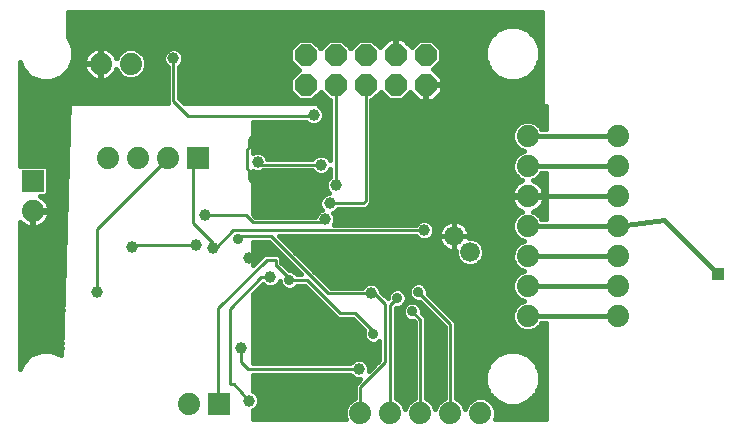
<source format=gbl>
G75*
G70*
%OFA0B0*%
%FSLAX24Y24*%
%IPPOS*%
%LPD*%
%AMOC8*
5,1,8,0,0,1.08239X$1,22.5*
%
%ADD10C,0.0740*%
%ADD11OC8,0.0740*%
%ADD12C,0.0660*%
%ADD13R,0.0740X0.0740*%
%ADD14C,0.0160*%
%ADD15C,0.0396*%
%ADD16C,0.0100*%
%ADD17C,0.0360*%
%ADD18R,0.0396X0.0396*%
D10*
X006325Y001325D03*
X012051Y001056D03*
X013051Y001056D03*
X014051Y001056D03*
X015051Y001056D03*
X016051Y001056D03*
X017625Y004275D03*
X017625Y005275D03*
X017625Y006275D03*
X017625Y007275D03*
X017625Y008275D03*
X017625Y009275D03*
X017625Y010275D03*
X020625Y010275D03*
X020625Y009275D03*
X020625Y008275D03*
X020625Y007275D03*
X020625Y006275D03*
X020625Y005275D03*
X020625Y004275D03*
X005625Y009525D03*
X004625Y009525D03*
X003625Y009525D03*
X001125Y007775D03*
X003388Y012683D03*
X004388Y012683D03*
D11*
X010225Y012978D03*
X010225Y011978D03*
X011225Y011978D03*
X012225Y011978D03*
X012225Y012978D03*
X011225Y012978D03*
X013225Y012978D03*
X014225Y012978D03*
X014225Y011978D03*
X013225Y011978D03*
D12*
X015165Y006950D03*
X015696Y006414D03*
D13*
X007325Y001325D03*
X001125Y008775D03*
X006625Y009525D03*
D14*
X000705Y007417D02*
X000705Y002493D01*
X000797Y002714D01*
X001052Y002970D01*
X001387Y003108D01*
X001749Y003108D01*
X002079Y002971D01*
X002360Y012560D01*
X002339Y012510D01*
X002083Y012254D01*
X001749Y012115D01*
X001387Y012115D01*
X001052Y012254D01*
X000705Y012254D01*
X000705Y012096D02*
X002347Y012096D01*
X002318Y012096D02*
X005624Y012096D01*
X005624Y012254D02*
X004680Y012254D01*
X004677Y012251D02*
X004820Y012394D01*
X004898Y012582D01*
X004898Y012785D01*
X004820Y012972D01*
X004677Y013116D01*
X004489Y013193D01*
X004286Y013193D01*
X004099Y013116D01*
X003955Y012972D01*
X003909Y012859D01*
X003898Y012894D01*
X003858Y012971D01*
X003807Y013041D01*
X003746Y013103D01*
X003676Y013154D01*
X003599Y013193D01*
X003517Y013220D01*
X003431Y013233D01*
X003408Y013233D01*
X003408Y012703D01*
X003368Y012703D01*
X003368Y012663D01*
X003408Y012663D01*
X003408Y012133D01*
X003431Y012133D01*
X003517Y012147D01*
X003599Y012173D01*
X003676Y012213D01*
X003746Y012264D01*
X003807Y012325D01*
X003858Y012395D01*
X003898Y012472D01*
X003909Y012507D01*
X003955Y012394D01*
X004099Y012251D01*
X004286Y012173D01*
X004489Y012173D01*
X004677Y012251D01*
X004828Y012413D02*
X005624Y012413D01*
X005624Y012571D02*
X004893Y012571D01*
X004898Y012730D02*
X005503Y012730D01*
X005527Y012672D02*
X005622Y012576D01*
X005624Y012576D01*
X005624Y011373D01*
X002318Y011373D01*
X002318Y012489D01*
X002339Y012510D01*
X002478Y012844D01*
X002478Y013206D01*
X002339Y013540D01*
X002318Y013561D01*
X002318Y014397D01*
X018110Y014397D01*
X018110Y011373D01*
X012418Y011373D01*
X012418Y011468D01*
X012437Y011468D01*
X012725Y011757D01*
X013014Y011468D01*
X013437Y011468D01*
X013697Y011728D01*
X013998Y011428D01*
X014205Y011428D01*
X014205Y011958D01*
X014245Y011958D01*
X014245Y011428D01*
X014453Y011428D01*
X014775Y011750D01*
X014775Y011958D01*
X014245Y011958D01*
X014245Y011998D01*
X014775Y011998D01*
X014775Y012206D01*
X014475Y012506D01*
X014735Y012767D01*
X014735Y013189D01*
X014437Y013488D01*
X014014Y013488D01*
X013754Y013227D01*
X013453Y013528D01*
X013245Y013528D01*
X013245Y012998D01*
X013205Y012998D01*
X013205Y013528D01*
X012998Y013528D01*
X012697Y013227D01*
X012437Y013488D01*
X012014Y013488D01*
X011725Y013199D01*
X011437Y013488D01*
X011014Y013488D01*
X010725Y013199D01*
X010437Y013488D01*
X010014Y013488D01*
X009715Y013189D01*
X009715Y012767D01*
X010004Y012478D01*
X009715Y012189D01*
X009715Y011767D01*
X010014Y011468D01*
X010437Y011468D01*
X010725Y011757D01*
X011014Y011468D01*
X011037Y011468D01*
X011037Y011373D01*
X006156Y011373D01*
X006004Y011525D01*
X006004Y012576D01*
X006005Y012576D01*
X006100Y012672D01*
X006152Y012796D01*
X006152Y012930D01*
X006100Y013055D01*
X006005Y013150D01*
X005881Y013201D01*
X005747Y013201D01*
X005622Y013150D01*
X005527Y013055D01*
X005476Y012930D01*
X005476Y012796D01*
X005527Y012672D01*
X005476Y012888D02*
X004855Y012888D01*
X004746Y013047D02*
X005524Y013047D01*
X006104Y013047D02*
X009715Y013047D01*
X009731Y013205D02*
X003562Y013205D01*
X003408Y013205D02*
X003368Y013205D01*
X003368Y013233D02*
X003345Y013233D01*
X003259Y013220D01*
X003177Y013193D01*
X003100Y013154D01*
X003030Y013103D01*
X002968Y013041D01*
X002917Y012971D01*
X002878Y012894D01*
X002851Y012812D01*
X002838Y012726D01*
X002838Y012703D01*
X003368Y012703D01*
X003368Y013233D01*
X003214Y013205D02*
X002478Y013205D01*
X002478Y013047D02*
X002973Y013047D01*
X002876Y012888D02*
X002478Y012888D01*
X002430Y012730D02*
X002838Y012730D01*
X002838Y012663D02*
X002838Y012640D01*
X002851Y012554D01*
X002878Y012472D01*
X002917Y012395D01*
X002968Y012325D01*
X003030Y012264D01*
X003100Y012213D01*
X003177Y012173D01*
X003259Y012147D01*
X003345Y012133D01*
X003368Y012133D01*
X003368Y012663D01*
X002838Y012663D01*
X002849Y012571D02*
X002365Y012571D01*
X002356Y012413D02*
X002242Y012413D01*
X002318Y012413D02*
X002908Y012413D01*
X003043Y012254D02*
X002318Y012254D01*
X002351Y012254D02*
X002084Y012254D01*
X002318Y011937D02*
X005624Y011937D01*
X005624Y011779D02*
X002318Y011779D01*
X002337Y011779D02*
X000705Y011779D01*
X000705Y011937D02*
X002342Y011937D01*
X002333Y011620D02*
X000705Y011620D01*
X000705Y011462D02*
X002328Y011462D01*
X002318Y011462D02*
X005624Y011462D01*
X005624Y011620D02*
X002318Y011620D01*
X002323Y011303D02*
X000705Y011303D01*
X000705Y011145D02*
X002319Y011145D01*
X002314Y010986D02*
X000705Y010986D01*
X000705Y010828D02*
X002310Y010828D01*
X002305Y010669D02*
X000705Y010669D01*
X000705Y010511D02*
X002300Y010511D01*
X002296Y010352D02*
X000705Y010352D01*
X000705Y010194D02*
X002291Y010194D01*
X002286Y010035D02*
X000705Y010035D01*
X000705Y009877D02*
X002282Y009877D01*
X002277Y009718D02*
X000705Y009718D01*
X000705Y009560D02*
X002272Y009560D01*
X002268Y009401D02*
X000705Y009401D01*
X000705Y009285D02*
X000705Y012731D01*
X000797Y012510D01*
X001052Y012254D01*
X000894Y012413D02*
X000705Y012413D01*
X000705Y012571D02*
X000771Y012571D01*
X000705Y012730D02*
X000705Y012730D01*
X002347Y013522D02*
X012992Y013522D01*
X013205Y013522D02*
X013245Y013522D01*
X013245Y013364D02*
X013205Y013364D01*
X013205Y013205D02*
X013245Y013205D01*
X013245Y013047D02*
X013205Y013047D01*
X012833Y013364D02*
X012561Y013364D01*
X011890Y013364D02*
X011561Y013364D01*
X011719Y013205D02*
X011731Y013205D01*
X010890Y013364D02*
X010561Y013364D01*
X010719Y013205D02*
X010731Y013205D01*
X009890Y013364D02*
X002413Y013364D01*
X002318Y013681D02*
X016488Y013681D01*
X016604Y013796D02*
X016348Y013540D01*
X016209Y013206D01*
X016209Y012844D01*
X016348Y012510D01*
X016604Y012254D01*
X016938Y012115D01*
X017300Y012115D01*
X017635Y012254D01*
X018110Y012254D01*
X018110Y012096D02*
X014775Y012096D01*
X014775Y011937D02*
X018110Y011937D01*
X018110Y011779D02*
X014775Y011779D01*
X014645Y011620D02*
X018110Y011620D01*
X018110Y011462D02*
X014487Y011462D01*
X014245Y011462D02*
X014205Y011462D01*
X014205Y011620D02*
X014245Y011620D01*
X014245Y011779D02*
X014205Y011779D01*
X014205Y011937D02*
X014245Y011937D01*
X013805Y011620D02*
X013589Y011620D01*
X013964Y011462D02*
X012418Y011462D01*
X012418Y011270D02*
X018233Y011270D01*
X018233Y010495D01*
X018086Y010495D01*
X018057Y010564D01*
X017914Y010707D01*
X017726Y010785D01*
X017524Y010785D01*
X017336Y010707D01*
X017193Y010564D01*
X017115Y010376D01*
X017115Y010174D01*
X017193Y009986D01*
X017336Y009843D01*
X017499Y009775D01*
X017336Y009707D01*
X017193Y009564D01*
X017115Y009376D01*
X017115Y009174D01*
X017193Y008986D01*
X017336Y008843D01*
X017449Y008796D01*
X017414Y008785D01*
X017337Y008745D01*
X017267Y008695D01*
X017205Y008633D01*
X017155Y008563D01*
X017115Y008486D01*
X017089Y008404D01*
X017075Y008318D01*
X017075Y008295D01*
X017605Y008295D01*
X017605Y008255D01*
X017075Y008255D01*
X017075Y008232D01*
X017089Y008146D01*
X017115Y008064D01*
X017155Y007987D01*
X017205Y007917D01*
X017267Y007855D01*
X017337Y007805D01*
X017414Y007765D01*
X017449Y007754D01*
X017336Y007707D01*
X017193Y007564D01*
X017115Y007376D01*
X017115Y007174D01*
X017193Y006986D01*
X017336Y006843D01*
X017499Y006775D01*
X017336Y006707D01*
X017193Y006564D01*
X017115Y006376D01*
X017115Y006174D01*
X017193Y005986D01*
X017336Y005843D01*
X017499Y005775D01*
X017336Y005707D01*
X017193Y005564D01*
X017115Y005376D01*
X017115Y005174D01*
X017193Y004986D01*
X017336Y004843D01*
X017499Y004775D01*
X017336Y004707D01*
X017193Y004564D01*
X017115Y004376D01*
X017115Y004174D01*
X017193Y003986D01*
X017336Y003843D01*
X017524Y003765D01*
X017726Y003765D01*
X017914Y003843D01*
X018057Y003986D01*
X018086Y004055D01*
X018233Y004055D01*
X018233Y000855D01*
X016520Y000855D01*
X016561Y000954D01*
X016561Y001157D01*
X016484Y001344D01*
X016340Y001488D01*
X016153Y001566D01*
X015950Y001566D01*
X015763Y001488D01*
X015619Y001344D01*
X015551Y001181D01*
X015484Y001344D01*
X015340Y001488D01*
X015241Y001529D01*
X015241Y004077D01*
X014295Y005024D01*
X014295Y005139D01*
X014246Y005256D01*
X014156Y005346D01*
X014039Y005395D01*
X013911Y005395D01*
X013794Y005346D01*
X013704Y005256D01*
X013655Y005139D01*
X013655Y005011D01*
X013704Y004894D01*
X013794Y004804D01*
X013911Y004755D01*
X014026Y004755D01*
X014861Y003920D01*
X014861Y001529D01*
X014763Y001488D01*
X014619Y001344D01*
X014551Y001181D01*
X014484Y001344D01*
X014340Y001488D01*
X014241Y001529D01*
X014241Y004227D01*
X014095Y004374D01*
X014095Y004489D01*
X014046Y004606D01*
X013956Y004696D01*
X013839Y004745D01*
X013711Y004745D01*
X013594Y004696D01*
X013504Y004606D01*
X013455Y004489D01*
X013455Y004361D01*
X013504Y004244D01*
X013594Y004154D01*
X013711Y004105D01*
X013826Y004105D01*
X013861Y004070D01*
X013861Y001529D01*
X013763Y001488D01*
X013619Y001344D01*
X013551Y001181D01*
X013484Y001344D01*
X013340Y001488D01*
X013241Y001529D01*
X013241Y004555D01*
X013339Y004555D01*
X013456Y004604D01*
X013546Y004694D01*
X013595Y004811D01*
X013595Y004939D01*
X013546Y005056D01*
X013456Y005146D01*
X013339Y005195D01*
X013211Y005195D01*
X013094Y005146D01*
X013004Y005056D01*
X012955Y004939D01*
X012955Y004864D01*
X012954Y004865D01*
X012733Y005086D01*
X012733Y005108D01*
X012681Y005233D01*
X012586Y005328D01*
X012462Y005379D01*
X012327Y005379D01*
X012203Y005328D01*
X012108Y005233D01*
X012100Y005215D01*
X011054Y005215D01*
X009332Y006937D01*
X013888Y006937D01*
X013982Y006843D01*
X014106Y006792D01*
X014240Y006792D01*
X014365Y006843D01*
X014460Y006938D01*
X014511Y007063D01*
X014511Y007197D01*
X014460Y007321D01*
X014365Y007416D01*
X014240Y007468D01*
X014106Y007468D01*
X013982Y007416D01*
X013887Y007321D01*
X013885Y007317D01*
X011166Y007317D01*
X011212Y007429D01*
X011212Y007564D01*
X011161Y007688D01*
X011140Y007709D01*
X011215Y007740D01*
X011310Y007835D01*
X011310Y007836D01*
X012224Y007836D01*
X012306Y007919D01*
X012418Y008030D01*
X012418Y011270D01*
X012418Y011145D02*
X018233Y011145D01*
X018233Y010986D02*
X012418Y010986D01*
X012418Y010828D02*
X018233Y010828D01*
X018233Y010669D02*
X017952Y010669D01*
X018079Y010511D02*
X018233Y010511D01*
X017625Y010275D02*
X020625Y010275D01*
X020625Y009275D02*
X017625Y009275D01*
X017152Y009084D02*
X012418Y009084D01*
X012418Y008926D02*
X017253Y008926D01*
X017379Y008767D02*
X012418Y008767D01*
X012418Y008609D02*
X017187Y008609D01*
X017104Y008450D02*
X012418Y008450D01*
X012418Y008292D02*
X017605Y008292D01*
X017625Y008275D02*
X020625Y008275D01*
X020625Y007275D02*
X017625Y007275D01*
X017801Y007754D02*
X017914Y007707D01*
X018057Y007564D01*
X018086Y007495D01*
X018233Y007495D01*
X018233Y009055D01*
X018086Y009055D01*
X018057Y008986D01*
X017914Y008843D01*
X017801Y008796D01*
X017836Y008785D01*
X017913Y008745D01*
X017983Y008695D01*
X018045Y008633D01*
X018095Y008563D01*
X018135Y008486D01*
X018161Y008404D01*
X018175Y008318D01*
X018175Y008295D01*
X017645Y008295D01*
X017645Y008255D01*
X018175Y008255D01*
X018175Y008232D01*
X018161Y008146D01*
X018135Y008064D01*
X018095Y007987D01*
X018045Y007917D01*
X017983Y007855D01*
X017913Y007805D01*
X017836Y007765D01*
X017801Y007754D01*
X017929Y007816D02*
X018233Y007816D01*
X018233Y007658D02*
X017964Y007658D01*
X018084Y007499D02*
X018233Y007499D01*
X018233Y007975D02*
X018087Y007975D01*
X018157Y008133D02*
X018233Y008133D01*
X018233Y008292D02*
X017645Y008292D01*
X018063Y008609D02*
X018233Y008609D01*
X018233Y008767D02*
X017871Y008767D01*
X017997Y008926D02*
X018233Y008926D01*
X018233Y008450D02*
X018146Y008450D01*
X017321Y007816D02*
X011291Y007816D01*
X011173Y007658D02*
X017286Y007658D01*
X017166Y007499D02*
X011212Y007499D01*
X011175Y007341D02*
X013906Y007341D01*
X013960Y006865D02*
X009404Y006865D01*
X009562Y006707D02*
X014716Y006707D01*
X014728Y006682D02*
X014776Y006617D01*
X014832Y006561D01*
X014897Y006514D01*
X014969Y006477D01*
X015045Y006452D01*
X015125Y006440D01*
X015165Y006440D01*
X015205Y006440D01*
X015226Y006443D01*
X015226Y006321D01*
X015298Y006148D01*
X015430Y006016D01*
X015603Y005944D01*
X015790Y005944D01*
X015962Y006016D01*
X016095Y006148D01*
X016166Y006321D01*
X016166Y006508D01*
X016095Y006681D01*
X015962Y006813D01*
X015790Y006884D01*
X015671Y006884D01*
X015675Y006910D01*
X015675Y006950D01*
X015675Y006990D01*
X015662Y007069D01*
X015637Y007146D01*
X015601Y007217D01*
X015554Y007282D01*
X015497Y007339D01*
X015432Y007386D01*
X015360Y007422D01*
X015284Y007447D01*
X015205Y007460D01*
X015165Y007460D01*
X015165Y006950D01*
X015675Y006950D01*
X015165Y006950D01*
X015165Y006950D01*
X015165Y006950D01*
X015165Y007460D01*
X015125Y007460D01*
X015045Y007447D01*
X014969Y007422D01*
X014897Y007386D01*
X014832Y007339D01*
X014776Y007282D01*
X014728Y007217D01*
X014692Y007146D01*
X014667Y007069D01*
X014655Y006990D01*
X014655Y006950D01*
X015165Y006950D01*
X015165Y006440D01*
X015165Y006950D01*
X015165Y006950D01*
X015165Y006950D01*
X014655Y006950D01*
X014655Y006910D01*
X014667Y006830D01*
X014692Y006754D01*
X014728Y006682D01*
X014850Y006548D02*
X009721Y006548D01*
X009879Y006390D02*
X015226Y006390D01*
X015263Y006231D02*
X010038Y006231D01*
X010196Y006073D02*
X015373Y006073D01*
X015165Y006548D02*
X015165Y006548D01*
X015165Y006707D02*
X015165Y006707D01*
X015165Y006865D02*
X015165Y006865D01*
X015165Y007024D02*
X015165Y007024D01*
X015165Y007182D02*
X015165Y007182D01*
X015165Y007341D02*
X015165Y007341D01*
X015494Y007341D02*
X017115Y007341D01*
X017115Y007182D02*
X015619Y007182D01*
X015669Y007024D02*
X017177Y007024D01*
X017314Y006865D02*
X015836Y006865D01*
X016069Y006707D02*
X017335Y006707D01*
X017186Y006548D02*
X016150Y006548D01*
X016166Y006390D02*
X017120Y006390D01*
X017115Y006231D02*
X016129Y006231D01*
X016019Y006073D02*
X017157Y006073D01*
X017265Y005914D02*
X010355Y005914D01*
X010513Y005756D02*
X017452Y005756D01*
X017226Y005597D02*
X010672Y005597D01*
X010830Y005439D02*
X017141Y005439D01*
X017115Y005280D02*
X014223Y005280D01*
X014295Y005122D02*
X017137Y005122D01*
X017216Y004963D02*
X014356Y004963D01*
X014514Y004805D02*
X017428Y004805D01*
X017275Y004646D02*
X014673Y004646D01*
X014831Y004488D02*
X017161Y004488D01*
X017115Y004329D02*
X014990Y004329D01*
X015148Y004171D02*
X017116Y004171D01*
X017182Y004012D02*
X015241Y004012D01*
X015241Y003854D02*
X017325Y003854D01*
X017925Y003854D02*
X018233Y003854D01*
X018233Y004012D02*
X018068Y004012D01*
X018233Y003695D02*
X015241Y003695D01*
X015241Y003537D02*
X018233Y003537D01*
X018233Y003378D02*
X015241Y003378D01*
X015241Y003220D02*
X018233Y003220D01*
X018233Y003061D02*
X017414Y003061D01*
X017300Y003108D02*
X016938Y003108D01*
X016604Y002970D01*
X016348Y002714D01*
X016209Y002379D01*
X016209Y002017D01*
X016348Y001683D01*
X016604Y001427D01*
X016938Y001288D01*
X017300Y001288D01*
X017635Y001427D01*
X017890Y001683D01*
X018029Y002017D01*
X018029Y002379D01*
X017890Y002714D01*
X017635Y002970D01*
X017300Y003108D01*
X017702Y002903D02*
X018233Y002903D01*
X018233Y002744D02*
X017860Y002744D01*
X017944Y002586D02*
X018233Y002586D01*
X018233Y002427D02*
X018009Y002427D01*
X018029Y002269D02*
X018233Y002269D01*
X018233Y002110D02*
X018029Y002110D01*
X018002Y001952D02*
X018233Y001952D01*
X018233Y001793D02*
X017936Y001793D01*
X017842Y001635D02*
X018233Y001635D01*
X018233Y001476D02*
X017684Y001476D01*
X017371Y001318D02*
X018233Y001318D01*
X018233Y001159D02*
X016561Y001159D01*
X016561Y001001D02*
X018233Y001001D01*
X016868Y001318D02*
X016495Y001318D01*
X016554Y001476D02*
X016352Y001476D01*
X016396Y001635D02*
X015241Y001635D01*
X015241Y001793D02*
X016302Y001793D01*
X016236Y001952D02*
X015241Y001952D01*
X015241Y002110D02*
X016209Y002110D01*
X016209Y002269D02*
X015241Y002269D01*
X015241Y002427D02*
X016229Y002427D01*
X016295Y002586D02*
X015241Y002586D01*
X015241Y002744D02*
X016378Y002744D01*
X016537Y002903D02*
X015241Y002903D01*
X015241Y003061D02*
X016824Y003061D01*
X017625Y004275D02*
X020625Y004275D01*
X020625Y005275D02*
X017625Y005275D01*
X017625Y006275D02*
X020625Y006275D01*
X020625Y007275D02*
X022175Y007475D01*
X023975Y005675D01*
X017163Y007975D02*
X012362Y007975D01*
X012418Y008133D02*
X017093Y008133D01*
X017115Y009243D02*
X012418Y009243D01*
X012418Y009401D02*
X017125Y009401D01*
X017191Y009560D02*
X012418Y009560D01*
X012418Y009718D02*
X017362Y009718D01*
X017302Y009877D02*
X012418Y009877D01*
X012418Y010035D02*
X017172Y010035D01*
X017115Y010194D02*
X012418Y010194D01*
X012418Y010352D02*
X017115Y010352D01*
X017171Y010511D02*
X012418Y010511D01*
X012418Y010669D02*
X017298Y010669D01*
X017635Y012254D02*
X017890Y012510D01*
X018029Y012844D01*
X018029Y013206D01*
X017890Y013540D01*
X017635Y013796D01*
X017300Y013935D01*
X016938Y013935D01*
X016604Y013796D01*
X016707Y013839D02*
X002318Y013839D01*
X002318Y013998D02*
X018110Y013998D01*
X018110Y014156D02*
X002318Y014156D01*
X002318Y014315D02*
X018110Y014315D01*
X018110Y013839D02*
X017532Y013839D01*
X017750Y013681D02*
X018110Y013681D01*
X018110Y013522D02*
X017898Y013522D01*
X017964Y013364D02*
X018110Y013364D01*
X018110Y013205D02*
X018029Y013205D01*
X018029Y013047D02*
X018110Y013047D01*
X018110Y012888D02*
X018029Y012888D01*
X017982Y012730D02*
X018110Y012730D01*
X018110Y012571D02*
X017916Y012571D01*
X017793Y012413D02*
X018110Y012413D01*
X016603Y012254D02*
X014727Y012254D01*
X014568Y012413D02*
X016445Y012413D01*
X016322Y012571D02*
X014540Y012571D01*
X014698Y012730D02*
X016257Y012730D01*
X016209Y012888D02*
X014735Y012888D01*
X014735Y013047D02*
X016209Y013047D01*
X016209Y013205D02*
X014719Y013205D01*
X014561Y013364D02*
X016274Y013364D01*
X016340Y013522D02*
X013459Y013522D01*
X013617Y013364D02*
X013890Y013364D01*
X012862Y011620D02*
X012589Y011620D01*
X011037Y011462D02*
X006067Y011462D01*
X006004Y011620D02*
X009862Y011620D01*
X009715Y011779D02*
X006004Y011779D01*
X006004Y011937D02*
X009715Y011937D01*
X009715Y012096D02*
X006004Y012096D01*
X006004Y012254D02*
X009780Y012254D01*
X009939Y012413D02*
X006004Y012413D01*
X006004Y012571D02*
X009911Y012571D01*
X009752Y012730D02*
X006124Y012730D01*
X006152Y012888D02*
X009715Y012888D01*
X010589Y011620D02*
X010862Y011620D01*
X011037Y011270D02*
X010662Y011270D01*
X010686Y011260D01*
X010781Y011165D01*
X010832Y011041D01*
X010832Y010906D01*
X010781Y010782D01*
X010686Y010687D01*
X010561Y010636D01*
X010427Y010636D01*
X010303Y010687D01*
X010235Y010755D01*
X008455Y010755D01*
X008455Y009706D01*
X008555Y009747D01*
X008689Y009747D01*
X008813Y009696D01*
X008908Y009601D01*
X008947Y009508D01*
X010446Y009508D01*
X010447Y009509D01*
X010542Y009605D01*
X010666Y009656D01*
X010801Y009656D01*
X010925Y009605D01*
X011020Y009509D01*
X011037Y009468D01*
X011037Y011270D01*
X011037Y011145D02*
X010789Y011145D01*
X010832Y010986D02*
X011037Y010986D01*
X011037Y010828D02*
X010799Y010828D01*
X010642Y010669D02*
X011037Y010669D01*
X011037Y010511D02*
X008455Y010511D01*
X008455Y010669D02*
X010346Y010669D01*
X011037Y010352D02*
X008455Y010352D01*
X008455Y010194D02*
X011037Y010194D01*
X011037Y010035D02*
X008455Y010035D01*
X008455Y009877D02*
X011037Y009877D01*
X011037Y009718D02*
X008759Y009718D01*
X008925Y009560D02*
X010497Y009560D01*
X010446Y009128D02*
X010447Y009126D01*
X010542Y009031D01*
X010666Y008980D01*
X010801Y008980D01*
X010925Y009031D01*
X011020Y009126D01*
X011037Y009168D01*
X011037Y008921D01*
X011036Y008920D01*
X010940Y008825D01*
X010889Y008701D01*
X010889Y008566D01*
X010940Y008442D01*
X011018Y008364D01*
X010956Y008364D01*
X010832Y008313D01*
X010736Y008218D01*
X010685Y008094D01*
X010685Y007959D01*
X010736Y007835D01*
X010757Y007814D01*
X010682Y007783D01*
X010587Y007688D01*
X010546Y007587D01*
X008543Y007587D01*
X008455Y007675D01*
X008455Y009112D01*
X008555Y009071D01*
X008689Y009071D01*
X008813Y009122D01*
X008819Y009128D01*
X010446Y009128D01*
X010489Y009084D02*
X008721Y009084D01*
X008523Y009084D02*
X008455Y009084D01*
X008455Y008926D02*
X011037Y008926D01*
X011037Y009084D02*
X010977Y009084D01*
X010916Y008767D02*
X008455Y008767D01*
X008455Y008609D02*
X010889Y008609D01*
X010937Y008450D02*
X008455Y008450D01*
X008455Y008292D02*
X010810Y008292D01*
X010701Y008133D02*
X008455Y008133D01*
X008455Y007975D02*
X010685Y007975D01*
X010755Y007816D02*
X008455Y007816D01*
X008473Y007658D02*
X010575Y007658D01*
X009183Y006548D02*
X008455Y006548D01*
X008455Y006390D02*
X009342Y006390D01*
X009302Y006347D02*
X009145Y006347D01*
X009001Y006347D01*
X008844Y006347D01*
X008455Y005958D01*
X008455Y006735D01*
X008996Y006735D01*
X010066Y005665D01*
X009938Y005665D01*
X009856Y005746D01*
X009739Y005795D01*
X009674Y005795D01*
X009464Y006005D01*
X009414Y006055D01*
X009414Y006236D01*
X009302Y006347D01*
X009414Y006231D02*
X009500Y006231D01*
X009414Y006073D02*
X009659Y006073D01*
X009555Y005914D02*
X009817Y005914D01*
X009834Y005756D02*
X009976Y005756D01*
X009938Y005285D02*
X010196Y005285D01*
X011296Y004185D01*
X011796Y004185D01*
X012181Y003801D01*
X012155Y003739D01*
X012155Y003611D01*
X012204Y003494D01*
X012294Y003404D01*
X012411Y003355D01*
X012539Y003355D01*
X012656Y003404D01*
X012685Y003432D01*
X012685Y002806D01*
X012332Y002452D01*
X012332Y002573D01*
X012280Y002698D01*
X012185Y002793D01*
X012061Y002844D01*
X011926Y002844D01*
X011802Y002793D01*
X011707Y002698D01*
X011706Y002696D01*
X008455Y002696D01*
X008455Y005006D01*
X008792Y005343D01*
X008856Y005279D01*
X008980Y005228D01*
X009115Y005228D01*
X009239Y005279D01*
X009334Y005375D01*
X009355Y005425D01*
X009355Y005411D01*
X009404Y005294D01*
X009494Y005204D01*
X009611Y005155D01*
X009739Y005155D01*
X009856Y005204D01*
X009938Y005285D01*
X009933Y005280D02*
X010201Y005280D01*
X010360Y005122D02*
X008571Y005122D01*
X008455Y004963D02*
X010518Y004963D01*
X010677Y004805D02*
X008455Y004805D01*
X008455Y004646D02*
X010835Y004646D01*
X010994Y004488D02*
X008455Y004488D01*
X008455Y004329D02*
X011152Y004329D01*
X011811Y004171D02*
X008455Y004171D01*
X008455Y004012D02*
X011969Y004012D01*
X012128Y003854D02*
X008455Y003854D01*
X008455Y003695D02*
X012155Y003695D01*
X012186Y003537D02*
X008455Y003537D01*
X008455Y003378D02*
X012356Y003378D01*
X012594Y003378D02*
X012685Y003378D01*
X012685Y003220D02*
X008455Y003220D01*
X008455Y003061D02*
X012685Y003061D01*
X012685Y002903D02*
X008455Y002903D01*
X008455Y002744D02*
X011753Y002744D01*
X011706Y002316D02*
X011707Y002315D01*
X011802Y002220D01*
X011926Y002168D01*
X012047Y002168D01*
X011861Y001982D01*
X011861Y001529D01*
X011763Y001488D01*
X011619Y001344D01*
X011541Y001157D01*
X011541Y000954D01*
X011582Y000855D01*
X008455Y000855D01*
X008455Y001130D01*
X008527Y001160D01*
X008622Y001255D01*
X008674Y001379D01*
X008674Y001514D01*
X008622Y001638D01*
X008527Y001733D01*
X008455Y001763D01*
X008455Y002316D01*
X011706Y002316D01*
X011753Y002269D02*
X008455Y002269D01*
X008455Y002110D02*
X011989Y002110D01*
X011861Y001952D02*
X008455Y001952D01*
X008455Y001793D02*
X011861Y001793D01*
X011861Y001635D02*
X008623Y001635D01*
X008674Y001476D02*
X011751Y001476D01*
X011608Y001318D02*
X008648Y001318D01*
X008525Y001159D02*
X011542Y001159D01*
X011541Y001001D02*
X008455Y001001D01*
X012234Y002744D02*
X012623Y002744D01*
X012465Y002586D02*
X012327Y002586D01*
X013241Y002586D02*
X013861Y002586D01*
X013861Y002744D02*
X013241Y002744D01*
X013241Y002903D02*
X013861Y002903D01*
X013861Y003061D02*
X013241Y003061D01*
X013241Y003220D02*
X013861Y003220D01*
X013861Y003378D02*
X013241Y003378D01*
X013241Y003537D02*
X013861Y003537D01*
X013861Y003695D02*
X013241Y003695D01*
X013241Y003854D02*
X013861Y003854D01*
X013861Y004012D02*
X013241Y004012D01*
X013241Y004171D02*
X013577Y004171D01*
X013468Y004329D02*
X013241Y004329D01*
X013241Y004488D02*
X013455Y004488D01*
X013499Y004646D02*
X013543Y004646D01*
X013592Y004805D02*
X013793Y004805D01*
X013675Y004963D02*
X013585Y004963D01*
X013655Y005122D02*
X013481Y005122D01*
X013727Y005280D02*
X012634Y005280D01*
X012727Y005122D02*
X013069Y005122D01*
X012965Y004963D02*
X012856Y004963D01*
X012155Y005280D02*
X010989Y005280D01*
X009417Y005280D02*
X009240Y005280D01*
X008855Y005280D02*
X008729Y005280D01*
X008569Y006073D02*
X008455Y006073D01*
X008455Y006231D02*
X008728Y006231D01*
X008455Y006707D02*
X009025Y006707D01*
X009464Y006005D02*
X009464Y006005D01*
X010970Y009560D02*
X011037Y009560D01*
X008484Y009718D02*
X008455Y009718D01*
X004096Y012254D02*
X003733Y012254D01*
X003867Y012413D02*
X003948Y012413D01*
X003408Y012413D02*
X003368Y012413D01*
X003368Y012571D02*
X003408Y012571D01*
X003408Y012730D02*
X003368Y012730D01*
X003368Y012888D02*
X003408Y012888D01*
X003408Y013047D02*
X003368Y013047D01*
X003802Y013047D02*
X004030Y013047D01*
X003921Y012888D02*
X003900Y012888D01*
X003408Y012254D02*
X003368Y012254D01*
X002263Y009243D02*
X001595Y009243D01*
X001635Y009203D02*
X001553Y009285D01*
X000705Y009285D01*
X001635Y009203D02*
X001635Y008347D01*
X001553Y008265D01*
X001375Y008265D01*
X001413Y008245D01*
X001483Y008195D01*
X001545Y008133D01*
X002231Y008133D01*
X002226Y007975D02*
X001638Y007975D01*
X001635Y007986D02*
X001595Y008063D01*
X001545Y008133D01*
X001580Y008292D02*
X002235Y008292D01*
X002240Y008450D02*
X001635Y008450D01*
X001635Y008609D02*
X002245Y008609D01*
X002249Y008767D02*
X001635Y008767D01*
X001635Y008926D02*
X002254Y008926D01*
X002258Y009084D02*
X001635Y009084D01*
X001883Y009176D02*
X001883Y007775D01*
X001125Y007775D01*
X001145Y007795D02*
X001675Y007795D01*
X001675Y007818D01*
X001661Y007904D01*
X001635Y007986D01*
X001675Y007816D02*
X002221Y007816D01*
X002217Y007658D02*
X001663Y007658D01*
X001661Y007646D02*
X001675Y007732D01*
X001675Y007755D01*
X001145Y007755D01*
X001145Y007795D01*
X001145Y007755D02*
X001145Y007225D01*
X001168Y007225D01*
X001254Y007239D01*
X001336Y007265D01*
X001413Y007305D01*
X001483Y007355D01*
X001545Y007417D01*
X001595Y007487D01*
X001635Y007564D01*
X001661Y007646D01*
X001602Y007499D02*
X002212Y007499D01*
X002207Y007341D02*
X001463Y007341D01*
X001145Y007341D02*
X001105Y007341D01*
X001105Y007225D02*
X001105Y007755D01*
X001145Y007755D01*
X001145Y007658D02*
X001105Y007658D01*
X001105Y007499D02*
X001145Y007499D01*
X001105Y007225D02*
X001082Y007225D01*
X000996Y007239D01*
X000914Y007265D01*
X000837Y007305D01*
X000767Y007355D01*
X000705Y007417D01*
X000705Y007417D01*
X000705Y007341D02*
X000787Y007341D01*
X000705Y007182D02*
X002203Y007182D01*
X002198Y007024D02*
X000705Y007024D01*
X000705Y006865D02*
X002194Y006865D01*
X002189Y006707D02*
X000705Y006707D01*
X000705Y006548D02*
X002184Y006548D01*
X002180Y006390D02*
X000705Y006390D01*
X000705Y006231D02*
X002175Y006231D01*
X002170Y006073D02*
X000705Y006073D01*
X000705Y005914D02*
X002166Y005914D01*
X002161Y005756D02*
X000705Y005756D01*
X000705Y005597D02*
X002156Y005597D01*
X002152Y005439D02*
X000705Y005439D01*
X000705Y005280D02*
X002147Y005280D01*
X002142Y005122D02*
X000705Y005122D01*
X000705Y004963D02*
X002138Y004963D01*
X002133Y004805D02*
X000705Y004805D01*
X000705Y004646D02*
X002129Y004646D01*
X002124Y004488D02*
X000705Y004488D01*
X000705Y004329D02*
X002119Y004329D01*
X002115Y004171D02*
X000705Y004171D01*
X000705Y004012D02*
X002110Y004012D01*
X002105Y003854D02*
X000705Y003854D01*
X000705Y003695D02*
X002101Y003695D01*
X002096Y003537D02*
X000705Y003537D01*
X000705Y003378D02*
X002091Y003378D01*
X002087Y003220D02*
X000705Y003220D01*
X000705Y003061D02*
X001273Y003061D01*
X000985Y002903D02*
X000705Y002903D01*
X000705Y002744D02*
X000827Y002744D01*
X000743Y002586D02*
X000705Y002586D01*
X001863Y003061D02*
X002082Y003061D01*
X013241Y002427D02*
X013861Y002427D01*
X013861Y002269D02*
X013241Y002269D01*
X013241Y002110D02*
X013861Y002110D01*
X013861Y001952D02*
X013241Y001952D01*
X013241Y001793D02*
X013861Y001793D01*
X013861Y001635D02*
X013241Y001635D01*
X013352Y001476D02*
X013751Y001476D01*
X013608Y001318D02*
X013495Y001318D01*
X014241Y001635D02*
X014861Y001635D01*
X014861Y001793D02*
X014241Y001793D01*
X014241Y001952D02*
X014861Y001952D01*
X014861Y002110D02*
X014241Y002110D01*
X014241Y002269D02*
X014861Y002269D01*
X014861Y002427D02*
X014241Y002427D01*
X014241Y002586D02*
X014861Y002586D01*
X014861Y002744D02*
X014241Y002744D01*
X014241Y002903D02*
X014861Y002903D01*
X014861Y003061D02*
X014241Y003061D01*
X014241Y003220D02*
X014861Y003220D01*
X014861Y003378D02*
X014241Y003378D01*
X014241Y003537D02*
X014861Y003537D01*
X014861Y003695D02*
X014241Y003695D01*
X014241Y003854D02*
X014861Y003854D01*
X014769Y004012D02*
X014241Y004012D01*
X014241Y004171D02*
X014611Y004171D01*
X014452Y004329D02*
X014140Y004329D01*
X014095Y004488D02*
X014294Y004488D01*
X014135Y004646D02*
X014007Y004646D01*
X014387Y006865D02*
X014662Y006865D01*
X014660Y007024D02*
X014495Y007024D01*
X014511Y007182D02*
X014711Y007182D01*
X014835Y007341D02*
X014441Y007341D01*
X014352Y001476D02*
X014751Y001476D01*
X014608Y001318D02*
X014495Y001318D01*
X015352Y001476D02*
X015751Y001476D01*
X015608Y001318D02*
X015495Y001318D01*
D15*
X015794Y002163D03*
X011994Y002506D03*
X010894Y003163D03*
X010194Y002863D03*
X010126Y001735D03*
X008587Y002911D03*
X008072Y003222D03*
X010316Y004997D03*
X010789Y005656D03*
X012394Y005041D03*
X014173Y007130D03*
X014139Y008795D03*
X012139Y007578D03*
X011023Y008026D03*
X010874Y007496D03*
X011227Y008634D03*
X010733Y009318D03*
X009155Y008355D03*
X008622Y009409D03*
X008605Y010455D03*
X010494Y010974D03*
X007805Y012655D03*
X005814Y012863D03*
X010683Y013932D03*
X016248Y012082D03*
X008889Y006606D03*
X008346Y006205D03*
X009047Y005566D03*
X007144Y006545D03*
X006575Y006625D03*
X006871Y007641D03*
X004425Y006575D03*
X003275Y005075D03*
X008335Y001446D03*
X001883Y009176D03*
D16*
X003275Y007175D02*
X005625Y009525D01*
X006475Y009375D02*
X006625Y009525D01*
X006475Y009375D02*
X006475Y007375D01*
X007144Y006706D01*
X007144Y006545D01*
X007228Y006545D01*
X007811Y007127D01*
X014170Y007127D01*
X014173Y007130D01*
X012228Y008109D02*
X012145Y008026D01*
X011023Y008026D01*
X010874Y007496D02*
X010775Y007397D01*
X008465Y007397D01*
X008220Y007641D01*
X006871Y007641D01*
X006575Y006625D02*
X004475Y006625D01*
X004425Y006575D01*
X003275Y007175D02*
X003275Y005075D01*
X007294Y004529D02*
X007294Y001356D01*
X007325Y001325D01*
X007699Y001998D02*
X007834Y001998D01*
X008335Y001446D01*
X007699Y001998D02*
X007699Y004518D01*
X008746Y005566D01*
X009047Y005566D01*
X009224Y005926D02*
X009274Y005926D01*
X009675Y005525D01*
X009675Y005475D01*
X010275Y005475D01*
X011375Y004375D01*
X011875Y004375D01*
X012475Y003775D01*
X012475Y003675D01*
X012875Y002727D02*
X012875Y004675D01*
X012509Y005041D01*
X012394Y005041D01*
X012378Y005025D01*
X010975Y005025D01*
X009075Y006925D01*
X008075Y006925D01*
X007975Y006825D01*
X008923Y006157D02*
X007294Y004529D01*
X008072Y003222D02*
X008072Y002734D01*
X008301Y002506D01*
X011994Y002506D01*
X012051Y001903D02*
X012875Y002727D01*
X012051Y001903D02*
X012051Y001056D01*
X013051Y001056D02*
X013051Y004651D01*
X013275Y004875D01*
X013775Y004425D02*
X014051Y004149D01*
X014051Y001056D01*
X015051Y001056D02*
X015051Y003999D01*
X013975Y005075D01*
X012228Y008109D02*
X012228Y011975D01*
X012225Y011978D01*
X011227Y011976D02*
X011225Y011978D01*
X011227Y011976D02*
X011227Y008634D01*
X010733Y009318D02*
X008713Y009318D01*
X008622Y009409D01*
X008325Y009125D02*
X008275Y009175D01*
X008275Y009825D01*
X008325Y009875D01*
X008325Y010175D01*
X008605Y010455D01*
X008325Y009125D02*
X008325Y008825D01*
X008795Y008355D01*
X009155Y008355D01*
X009224Y006157D02*
X008923Y006157D01*
X009224Y006157D02*
X009224Y005926D01*
X010465Y010945D02*
X006315Y010945D01*
X005814Y011446D01*
X005814Y012863D01*
X010465Y010945D02*
X010494Y010974D01*
D17*
X007975Y006825D03*
X009675Y005475D03*
X012475Y003675D03*
X013775Y004425D03*
X013275Y004875D03*
X013975Y005075D03*
D18*
X023975Y005675D03*
M02*

</source>
